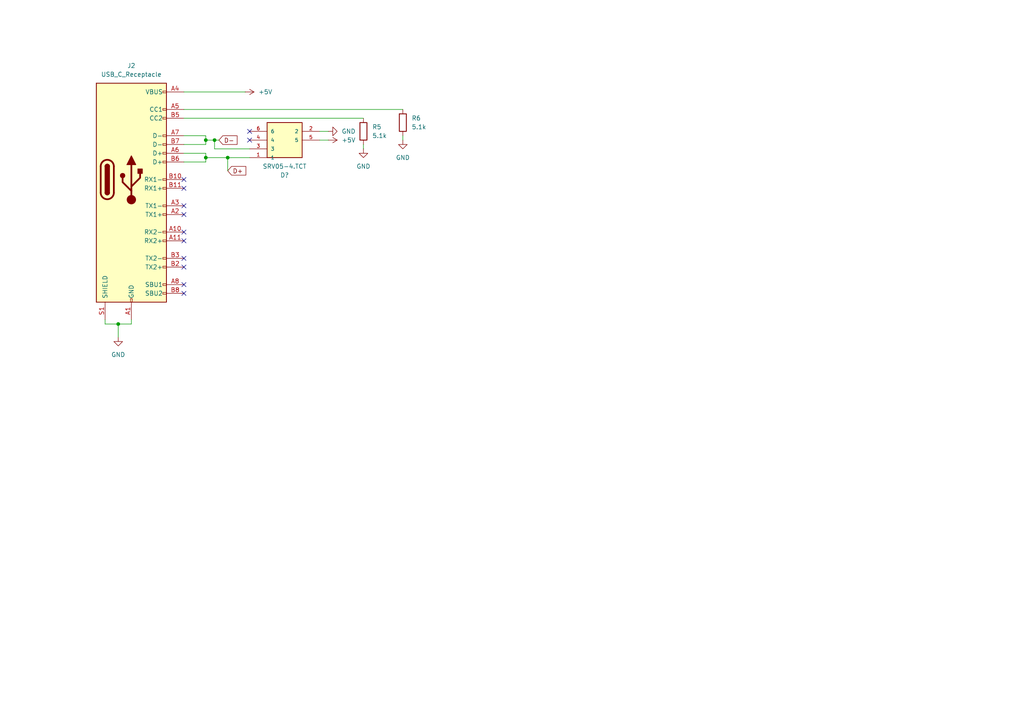
<source format=kicad_sch>
(kicad_sch (version 20250114) (generator "eeschema") (generator_version "9.0")
  (paper "A4")
  (lib_symbols
    (symbol "Connector:USB_C_Receptacle" (pin_names (offset 1.016))
      (property "Reference" "J" (at -10.16 29.21 0))
      (property "Value" "USB_C_Receptacle" (at 10.16 29.21 0))
      (symbol "USB_C_Receptacle_0_0"
        (rectangle (start -0.254 -35.56) (end 0.254 -34.544))
        (rectangle (start 10.16 25.654) (end 9.144 25.146))
        (rectangle (start 10.16 20.574) (end 9.144 20.066))
        (rectangle (start 10.16 18.034) (end 9.144 17.526))
        (rectangle (start 10.16 12.954) (end 9.144 12.446))
        (rectangle (start 10.16 10.414) (end 9.144 9.906))
        (rectangle (start 10.16 7.874) (end 9.144 7.366))
        (rectangle (start 10.16 5.334) (end 9.144 4.826))
        (rectangle (start 10.16 0.254) (end 9.144 -0.254))
        (rectangle (start 10.16 -2.286) (end 9.144 -2.794))
        (rectangle (start 10.16 -7.366) (end 9.144 -7.874))
        (rectangle (start 10.16 -9.906) (end 9.144 -10.414))
        (rectangle (start 10.16 -14.986) (end 9.144 -15.494))
        (rectangle (start 10.16 -17.526) (end 9.144 -18.034))
        (rectangle (start 10.16 -22.606) (end 9.144 -23.114))
        (rectangle (start 10.16 -25.146) (end 9.144 -25.654))
        (rectangle (start 10.16 -30.226) (end 9.144 -30.734))
        (rectangle (start 10.16 -32.766) (end 9.144 -33.274))
      )
      (symbol "USB_C_Receptacle_0_1"
        (rectangle (start -10.16 27.94) (end 10.16 -35.56) (stroke (width 0.254)) (fill (type background)))
        (polyline (pts (xy -8.89 -3.81) (xy -8.89 3.81)) (stroke (width 0.508)))
        (rectangle (start -7.62 -3.81) (end -6.35 3.81) (stroke (width 0.254)) (fill (type outline)))
        (arc (start -7.62 3.81) (mid -6.985 4.4423) (end -6.35 3.81) (stroke (width 0.254)))
        (arc (start -7.62 3.81) (mid -6.985 4.4423) (end -6.35 3.81) (stroke (width 0.254)) (fill (type outline)))
        (arc (start -8.89 3.81) (mid -6.985 5.7067) (end -5.08 3.81) (stroke (width 0.508)))
        (arc (start -5.08 -3.81) (mid -6.985 -5.7067) (end -8.89 -3.81) (stroke (width 0.508)))
        (arc (start -6.35 -3.81) (mid -6.985 -4.4423) (end -7.62 -3.81) (stroke (width 0.254)))
        (arc (start -6.35 -3.81) (mid -6.985 -4.4423) (end -7.62 -3.81) (stroke (width 0.254)) (fill (type outline)))
        (polyline (pts (xy -5.08 3.81) (xy -5.08 -3.81)) (stroke (width 0.508)))
      )
      (symbol "USB_C_Receptacle_1_1"
        (circle (center -2.54 1.143) (radius 0.635) (stroke (width 0.254)) (fill (type outline)))
        (polyline (pts (xy -1.27 4.318) (xy 0 6.858) (xy 1.27 4.318) (xy -1.27 4.318)) (stroke (width 0.254)) (fill (type outline)))
        (polyline (pts (xy 0 -2.032) (xy 2.54 0.508) (xy 2.54 1.778)) (stroke (width 0.508)))
        (polyline (pts (xy 0 -3.302) (xy -2.54 -0.762) (xy -2.54 0.508)) (stroke (width 0.508)))
        (polyline (pts (xy 0 -5.842) (xy 0 4.318)) (stroke (width 0.508)))
        (circle (center 0 -5.842) (radius 1.27) (fill (type outline)))
        (rectangle (start 1.905 1.778) (end 3.175 3.048) (stroke (width 0.254)) (fill (type outline)))
        (pin passive line (at -7.62 -40.64 90) (length 5.08) (name "SHIELD") (number "S1"))
        (pin passive line (at 0 -40.64 90) (length 5.08) (name "GND") (number "A1"))
        (pin passive line (at 0 -40.64 90) (length 5.08) (hide yes) (name "GND") (number "A12"))
        (pin passive line (at 0 -40.64 90) (length 5.08) (hide yes) (name "GND") (number "B1"))
        (pin passive line (at 0 -40.64 90) (length 5.08) (hide yes) (name "GND") (number "B12"))
        (pin passive line (at 15.24 25.4 180) (length 5.08) (name "VBUS") (number "A4"))
        (pin passive line (at 15.24 25.4 180) (length 5.08) (hide yes) (name "VBUS") (number "A9"))
        (pin passive line (at 15.24 25.4 180) (length 5.08) (hide yes) (name "VBUS") (number "B4"))
        (pin passive line (at 15.24 25.4 180) (length 5.08) (hide yes) (name "VBUS") (number "B9"))
        (pin bidirectional line (at 15.24 20.32 180) (length 5.08) (name "CC1") (number "A5"))
        (pin bidirectional line (at 15.24 17.78 180) (length 5.08) (name "CC2") (number "B5"))
        (pin bidirectional line (at 15.24 12.7 180) (length 5.08) (name "D-") (number "A7"))
        (pin bidirectional line (at 15.24 10.16 180) (length 5.08) (name "D-") (number "B7"))
        (pin bidirectional line (at 15.24 7.62 180) (length 5.08) (name "D+") (number "A6"))
        (pin bidirectional line (at 15.24 5.08 180) (length 5.08) (name "D+") (number "B6"))
        (pin bidirectional line (at 15.24 0 180) (length 5.08) (name "RX1-") (number "B10"))
        (pin bidirectional line (at 15.24 -2.54 180) (length 5.08) (name "RX1+") (number "B11"))
        (pin bidirectional line (at 15.24 -7.62 180) (length 5.08) (name "TX1-") (number "A3"))
        (pin bidirectional line (at 15.24 -10.16 180) (length 5.08) (name "TX1+") (number "A2"))
        (pin bidirectional line (at 15.24 -15.24 180) (length 5.08) (name "RX2-") (number "A10"))
        (pin bidirectional line (at 15.24 -17.78 180) (length 5.08) (name "RX2+") (number "A11"))
        (pin bidirectional line (at 15.24 -22.86 180) (length 5.08) (name "TX2-") (number "B3"))
        (pin bidirectional line (at 15.24 -25.4 180) (length 5.08) (name "TX2+") (number "B2"))
        (pin bidirectional line (at 15.24 -30.48 180) (length 5.08) (name "SBU1") (number "A8"))
        (pin bidirectional line (at 15.24 -33.02 180) (length 5.08) (name "SBU2") (number "B8"))
      )
    )
    (symbol "Device:R" (pin_numbers (hide yes)) (pin_names (offset 0))
      (property "Reference" "R" (at 2.032 0 90))
      (property "Value" "R" (at 0 0 90))
      (symbol "R_0_1"
        (rectangle (start -1.016 -2.54) (end 1.016 2.54) (stroke (width 0.254)))
      )
      (symbol "R_1_1"
        (pin passive line (at 0 3.81 270) (length 1.27) (name "~") (number "1"))
        (pin passive line (at 0 -3.81 90) (length 1.27) (name "~") (number "2"))
      )
    )
    (symbol "SRV05-4.TCT:SRV05-4.TCT" (pin_names (offset 1.016))
      (property "Reference" "D" (at -3.81 0 0))
      (property "Value" "SRV05-4.TCT" (at -3.81 2.54 0))
      (symbol "SRV05-4.TCT_0_0"
        (rectangle (start 5.08 -7.62) (end 15.24 2.54) (stroke (width 0.254)) (fill (type background)))
        (pin bidirectional line (at 0 -2.54 0) (length 5.08) (name "5") (number "5"))
        (pin bidirectional line (at 0 -5.08 0) (length 5.08) (name "2") (number "2"))
        (pin bidirectional line (at 20.32 2.54 180) (length 5.08) (name "1") (number "1"))
        (pin bidirectional line (at 20.32 0 180) (length 5.08) (name "3") (number "3"))
        (pin bidirectional line (at 20.32 -2.54 180) (length 5.08) (name "4") (number "4"))
        (pin bidirectional line (at 20.32 -5.08 180) (length 5.08) (name "6") (number "6"))
      )
    )
    (symbol "power:+5V" (power) (pin_numbers (hide yes)) (pin_names (offset 0) (hide yes))
      (property "Value" "+5V" (at 0 3.556 0))
      (symbol "+5V_0_1"
        (polyline (pts (xy -0.762 1.27) (xy 0 2.54)))
        (polyline (pts (xy 0 2.54) (xy 0.762 1.27)))
        (polyline (pts (xy 0 0) (xy 0 2.54)))
      )
      (symbol "+5V_1_1"
        (pin power_in line (at 0 0 90) (length 0) (name "~") (number "1"))
      )
    )
    (symbol "power:GND" (power) (pin_numbers (hide yes)) (pin_names (offset 0) (hide yes))
      (property "Value" "GND" (at 0 -3.81 0))
      (symbol "GND_0_1"
        (polyline (pts (xy 0 0) (xy 0 -1.27) (xy 1.27 -1.27) (xy 0 -2.54) (xy -1.27 -1.27) (xy 0 -1.27)))
      )
      (symbol "GND_1_1"
        (pin power_in line (at 0 0 270) (length 0) (name "~") (number "1"))
      )
    )
  )
  (junction (at 59.69 45.72))
  (junction (at 66.04 45.72))
  (junction (at 34.29 93.98))
  (junction (at 59.69 40.64))
  (junction (at 62.23 40.64))
  (no_connect (at 53.34 62.23))
  (no_connect (at 72.39 40.64))
  (no_connect (at 53.34 59.69))
  (no_connect (at 53.34 77.47))
  (no_connect (at 53.34 82.55))
  (no_connect (at 72.39 38.1))
  (no_connect (at 53.34 69.85))
  (no_connect (at 53.34 74.93))
  (no_connect (at 53.34 54.61))
  (no_connect (at 53.34 67.31))
  (no_connect (at 53.34 52.07))
  (no_connect (at 53.34 85.09))
  (wire (pts (xy 66.04 49.53) (xy 66.04 45.72)))
  (wire (pts (xy 59.69 46.99) (xy 53.34 46.99)))
  (wire (pts (xy 34.29 93.98) (xy 34.29 97.79)))
  (wire (pts (xy 95.25 38.1) (xy 92.71 38.1)))
  (wire (pts (xy 59.69 45.72) (xy 66.04 45.72)))
  (wire (pts (xy 62.23 40.64) (xy 62.23 43.18)))
  (wire (pts (xy 105.41 41.91) (xy 105.41 43.18)))
  (wire (pts (xy 38.1 93.98) (xy 38.1 92.71)))
  (wire (pts (xy 53.34 26.67) (xy 71.12 26.67)))
  (wire (pts (xy 95.25 40.64) (xy 92.71 40.64)))
  (wire (pts (xy 62.23 40.64) (xy 63.5 40.64)))
  (wire (pts (xy 62.23 43.18) (xy 72.39 43.18)))
  (wire (pts (xy 116.84 39.37) (xy 116.84 40.64)))
  (wire (pts (xy 30.48 93.98) (xy 34.29 93.98)))
  (wire (pts (xy 66.04 45.72) (xy 72.39 45.72)))
  (wire (pts (xy 34.29 93.98) (xy 38.1 93.98)))
  (wire (pts (xy 53.34 34.29) (xy 105.41 34.29)))
  (wire (pts (xy 53.34 44.45) (xy 59.69 44.45)))
  (wire (pts (xy 59.69 40.64) (xy 62.23 40.64)))
  (wire (pts (xy 59.69 40.64) (xy 59.69 41.91)))
  (wire (pts (xy 53.34 31.75) (xy 116.84 31.75)))
  (wire (pts (xy 59.69 41.91) (xy 53.34 41.91)))
  (wire (pts (xy 53.34 39.37) (xy 59.69 39.37)))
  (wire (pts (xy 30.48 93.98) (xy 30.48 92.71)))
  (wire (pts (xy 59.69 45.72) (xy 59.69 46.99)))
  (wire (pts (xy 59.69 44.45) (xy 59.69 45.72)))
  (wire (pts (xy 59.69 39.37) (xy 59.69 40.64)))
  (global_label "D-" (shape input) (at 63.5 40.64 0) (property "Intersheetrefs" "${INTERSHEET_REFS}" (effects (hide yes))))
  (global_label "D+" (shape input) (at 66.04 49.53 0) (property "Intersheetrefs" "${INTERSHEET_REFS}" (effects (hide yes))))
  (symbol (lib_id "power:+5V") (at 95.25 40.64 270) (unit 1)
    (property "Reference" "#PWR036" (effects (hide yes)))
    (property "Value" "+5V" (at 99.06 40.6401 90) (effects (justify left)))
    (property "Description" "Power symbol creates a global label with name \"+5V\"" (effects (hide yes)))
  )
  (symbol (lib_id "SRV05-4.TCT:SRV05-4.TCT") (at 92.71 43.18 180) (unit 1)
    (property "Reference" "D?" (at 82.55 50.8 0))
    (property "Value" "SRV05-4.TCT" (at 82.55 48.26 0))
    (property "Footprint" "myFootprints:SOT95P280X145-6N" (effects (hide yes)))
    (property "MANUFACTURER_NAME" "SEMTECH" (effects (hide yes)))
    (property "Check_prices" "https://www.snapeda.com/parts/SRV05-4.TCT/UMW/view-part/?ref=eda" (effects (hide yes)))
    (property "HEIGHT" "1.45mm" (effects (hide yes)))
    (property "SnapEDA_Link" "https://www.snapeda.com/parts/SRV05-4.TCT/UMW/view-part/?ref=snap" (effects (hide yes)))
    (property "Availability" "In Stock" (effects (hide yes)))
    (property "MANUFACTURER_PART_NUMBER" "SRV05-4.TCT" (effects (hide yes)))
    (property "LCSC Part" "C13612" (effects (hide yes)))
  )
  (symbol (lib_id "power:GND") (at 116.84 40.64 0) (unit 1)
    (property "Reference" "#PWR038" (effects (hide yes)))
    (property "Value" "GND" (at 116.84 45.72 0))
    (property "Description" "Power symbol creates a global label with name \"GND\" , ground" (effects (hide yes)))
  )
  (symbol (lib_id "power:+5V") (at 71.12 26.67 270) (unit 1)
    (property "Reference" "#PWR034" (effects (hide yes)))
    (property "Value" "+5V" (at 74.93 26.6699 90) (effects (justify left)))
    (property "Description" "Power symbol creates a global label with name \"+5V\"" (effects (hide yes)))
  )
  (symbol (lib_id "power:GND") (at 95.25 38.1 90) (unit 1)
    (property "Reference" "#PWR035" (effects (hide yes)))
    (property "Value" "GND" (at 99.06 38.1001 90) (effects (justify right)))
    (property "Description" "Power symbol creates a global label with name \"GND\" , ground" (effects (hide yes)))
  )
  (symbol (lib_id "power:GND") (at 105.41 43.18 0) (unit 1)
    (property "Reference" "#PWR037" (effects (hide yes)))
    (property "Value" "GND" (at 105.41 48.26 0))
    (property "Description" "Power symbol creates a global label with name \"GND\" , ground" (effects (hide yes)))
  )
  (symbol (lib_id "power:GND") (at 34.29 97.79 0) (unit 1)
    (property "Reference" "#PWR033" (effects (hide yes)))
    (property "Value" "GND" (at 34.29 102.87 0))
    (property "Description" "Power symbol creates a global label with name \"GND\" , ground" (effects (hide yes)))
  )
  (symbol (lib_id "Device:R") (at 105.41 38.1 0) (unit 1)
    (property "Reference" "R5" (at 107.95 36.8299 0) (effects (justify left)))
    (property "Value" "5.1k" (at 107.95 39.3699 0) (effects (justify left)))
    (property "Footprint" "Resistor_SMD:R_0805_2012Metric_Pad1.20x1.40mm_HandSolder" (effects (hide yes)))
    (property "Description" "Resistor" (effects (hide yes)))
    (property "LCSC Part" "C27834" (effects (hide yes)))
  )
  (symbol (lib_id "Connector:USB_C_Receptacle") (at 38.1 52.07 0) (unit 1)
    (property "Reference" "J2" (at 38.1 19.05 0))
    (property "Value" "USB_C_Receptacle" (at 38.1 21.59 0))
    (property "Footprint" "Library:HRO_TYPE-C-31-M-12" (effects (hide yes)))
    (property "Datasheet" "https://www.usb.org/sites/default/files/documents/usb_type-c.zip" (effects (hide yes)))
    (property "Description" "USB Full-Featured Type-C Receptacle connector" (effects (hide yes)))
    (property "LCSC Part" "C49566391" (effects (hide yes)))
  )
  (symbol (lib_id "Device:R") (at 116.84 35.56 0) (unit 1)
    (property "Reference" "R6" (at 119.38 34.2899 0) (effects (justify left)))
    (property "Value" "5.1k" (at 119.38 36.8299 0) (effects (justify left)))
    (property "Footprint" "Resistor_SMD:R_0805_2012Metric_Pad1.20x1.40mm_HandSolder" (effects (hide yes)))
    (property "Description" "Resistor" (effects (hide yes)))
    (property "LCSC Part" "C27834" (effects (hide yes)))
  )
)
</source>
